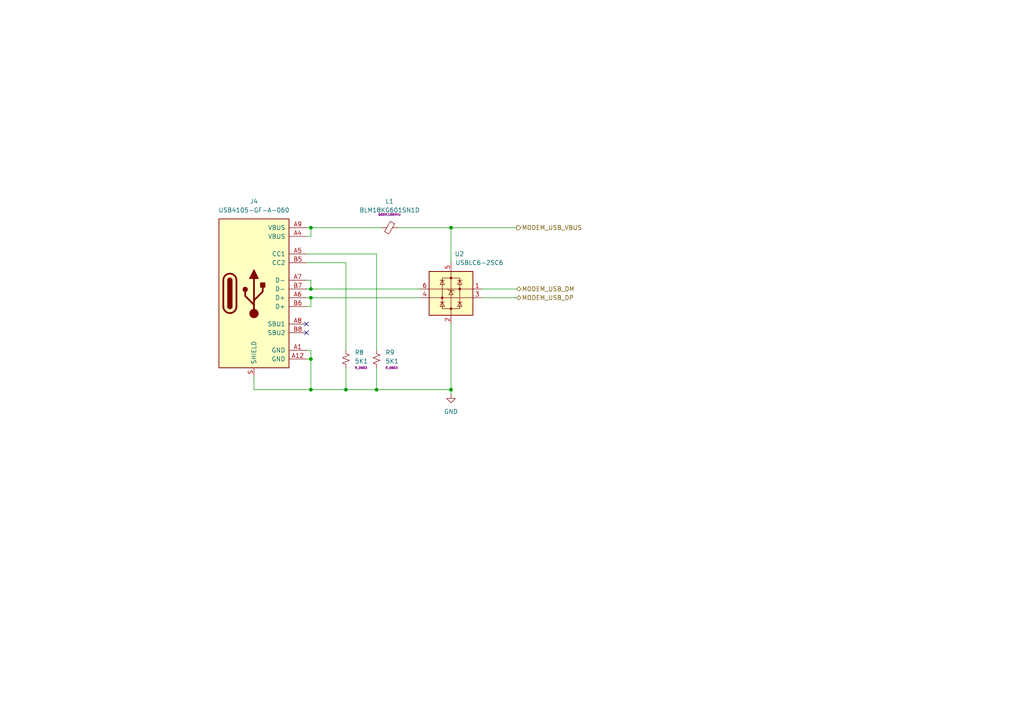
<source format=kicad_sch>
(kicad_sch (version 20231120) (generator "eeschema") (generator_version "8.0")
  (paper "A4")
  (title_block (title "Winglet Carrier Board") (date "2024-08-09") (rev "v1.0") (company "TL Embedded"))
  (lib_symbols
    (symbol "J_Connector:USB4105-GF-A-060" (pin_names (offset 1.016))
      (property "Reference" "J" (at -10.16 25.4 0))
      (property "Value" "USB4105-GF-A-060" (at 10.16 22.86 0))
      (symbol "USB4105-GF-A-060_0_1"
        (arc (start -8.89 -3.81) (mid -6.985 -5.7067) (end -5.08 -3.81) (stroke (width 0.508)))
        (arc (start -7.62 -3.81) (mid -6.985 -4.4423) (end -6.35 -3.81) (stroke (width 0.254)))
        (arc (start -7.62 -3.81) (mid -6.985 -4.4423) (end -6.35 -3.81) (stroke (width 0.254)) (fill (type outline)))
        (rectangle (start -7.62 -3.81) (end -6.35 3.81) (stroke (width 0.254)) (fill (type outline)))
        (arc (start -6.35 3.81) (mid -6.985 4.4423) (end -7.62 3.81) (stroke (width 0.254)))
        (arc (start -6.35 3.81) (mid -6.985 4.4423) (end -7.62 3.81) (stroke (width 0.254)) (fill (type outline)))
        (arc (start -5.08 3.81) (mid -6.985 5.7067) (end -8.89 3.81) (stroke (width 0.508)))
        (circle (center -2.54 1.143) (radius 0.635) (stroke (width 0.254)) (fill (type outline)))
        (circle (center 0 -5.842) (radius 1.27) (fill (type outline)))
        (polyline (pts (xy -8.89 -3.81) (xy -8.89 3.81)) (stroke (width 0.508)))
        (polyline (pts (xy -5.08 3.81) (xy -5.08 -3.81)) (stroke (width 0.508)))
        (polyline (pts (xy 0 -5.842) (xy 0 4.318)) (stroke (width 0.508)))
        (polyline (pts (xy 0 -3.302) (xy -2.54 -0.762) (xy -2.54 0.508)) (stroke (width 0.508)))
        (polyline (pts (xy 0 -2.032) (xy 2.54 0.508) (xy 2.54 1.778)) (stroke (width 0.508)))
        (polyline (pts (xy -1.27 4.318) (xy 0 6.858) (xy 1.27 4.318) (xy -1.27 4.318)) (stroke (width 0.254)) (fill (type outline)))
        (rectangle (start 1.905 1.778) (end 3.175 3.048) (stroke (width 0.254)) (fill (type outline)))
      )
      (symbol "USB4105-GF-A-060_1_1"
        (rectangle (start -10.16 21.59) (end 10.16 -21.59) (stroke (width 0.254)) (fill (type background)))
        (pin passive line (at 15.24 -16.51 180) (length 5.08) (name "GND") (number "A1"))
        (pin passive line (at 15.24 -19.05 180) (length 5.08) (name "GND") (number "A12"))
        (pin passive line (at 15.24 16.51 180) (length 5.08) (name "VBUS") (number "A4"))
        (pin bidirectional line (at 15.24 11.43 180) (length 5.08) (name "CC1") (number "A5"))
        (pin bidirectional line (at 15.24 -1.27 180) (length 5.08) (name "D+") (number "A6"))
        (pin bidirectional line (at 15.24 3.81 180) (length 5.08) (name "D-") (number "A7"))
        (pin bidirectional line (at 15.24 -8.89 180) (length 5.08) (name "SBU1") (number "A8"))
        (pin passive line (at 15.24 19.05 180) (length 5.08) (name "VBUS") (number "A9"))
        (pin bidirectional line (at 15.24 8.89 180) (length 5.08) (name "CC2") (number "B5"))
        (pin bidirectional line (at 15.24 -3.81 180) (length 5.08) (name "D+") (number "B6"))
        (pin bidirectional line (at 15.24 1.27 180) (length 5.08) (name "D-") (number "B7"))
        (pin bidirectional line (at 15.24 -11.43 180) (length 5.08) (name "SBU2") (number "B8"))
        (pin passive line (at 0 -24.13 90) (length 2.54) (name "SHIELD") (number "S"))
      )
    )
    (symbol "L_Inductor:BLM18KG601SN1D" (pin_numbers hide) (pin_names (offset 1.016) hide)
      (property "Reference" "L" (at 3.175 1.905 0))
      (property "Value" "BLM18KG601SN1D" (at 11.43 0 0))
      (property "Params" "600R,100MHz" (at 6.35 -1.905 0))
      (symbol "BLM18KG601SN1D_0_1"
        (polyline (pts (xy 0 -1.27) (xy 0 -0.7874)))
        (polyline (pts (xy 0 0.889) (xy 0 1.2954)))
        (polyline (pts (xy -1.8288 0.2794) (xy -1.1176 1.4986) (xy 1.8288 -0.2032) (xy 1.1176 -1.4224) (xy -1.8288 0.2794)))
      )
      (symbol "BLM18KG601SN1D_1_1"
        (pin passive line (at 0 2.54 270) (length 1.27) (name "~") (number "1"))
        (pin passive line (at 0 -2.54 90) (length 1.27) (name "~") (number "2"))
      )
    )
    (symbol "R_Resistor:R_0603" (pin_numbers hide) (pin_names (offset 1.016))
      (property "Reference" "R" (at 2.54 1.905 0))
      (property "Value" "10K" (at 3.81 0 0))
      (property "Size" "R_0603" (at 3.81 -1.905 0))
      (symbol "R_0603_1_1"
        (polyline (pts (xy 0 0) (xy 1.016 -0.381) (xy 0 -0.762) (xy -1.016 -1.143) (xy 0 -1.524)))
        (polyline (pts (xy 0 1.524) (xy 1.016 1.143) (xy 0 0.762) (xy -1.016 0.381) (xy 0 0)))
        (pin passive line (at 0 2.54 270) (length 1.016) (name "~") (number "1"))
        (pin passive line (at 0 -2.54 90) (length 1.016) (name "~") (number "2"))
      )
    )
    (symbol "U_Basic:USBLC6-2SC6" (pin_names hide)
      (property "Reference" "U" (at -5.08 7.62 0))
      (property "Value" "USBLC6-2SC6" (at 7.62 -8.255 0))
      (symbol "USBLC6-2SC6_0_0"
        (rectangle (start -2.54 -4.445) (end 2.54 4.445))
        (polyline (pts (xy 0 6.35) (xy 0 -6.35)))
      )
      (symbol "USBLC6-2SC6_0_1"
        (rectangle (start -6.35 6.35) (end 6.35 -6.35) (stroke (width 0.254)) (fill (type background)))
        (circle (center -2.54 1.27) (radius 0.2794) (fill (type outline)))
        (circle (center 0 -4.445) (radius 0.2794) (fill (type outline)))
        (polyline (pts (xy -6.35 1.27) (xy 6.35 1.27)) (stroke (width 0.1524)))
        (polyline (pts (xy -1.905 -2.54) (xy -3.175 -2.54)))
        (polyline (pts (xy -1.905 3.81) (xy -3.175 3.81)))
        (polyline (pts (xy -0.635 0.889) (xy -1.016 0.635)))
        (polyline (pts (xy 0.635 0.889) (xy -0.635 0.889)))
        (polyline (pts (xy 0.635 0.889) (xy 1.016 1.143)))
        (polyline (pts (xy 3.175 -2.54) (xy 1.905 -2.54)))
        (polyline (pts (xy 3.175 3.81) (xy 1.905 3.81)))
        (polyline (pts (xy 6.35 -1.27) (xy -6.35 -1.27)) (stroke (width 0.1524)))
        (polyline (pts (xy -1.905 -3.81) (xy -3.175 -3.81) (xy -2.54 -2.54) (xy -1.905 -3.81)))
        (polyline (pts (xy -1.905 2.54) (xy -3.175 2.54) (xy -2.54 3.81) (xy -1.905 2.54)))
        (polyline (pts (xy 0.635 -0.381) (xy -0.635 -0.381) (xy 0 0.889) (xy 0.635 -0.381)))
        (polyline (pts (xy 3.175 -3.81) (xy 1.905 -3.81) (xy 2.54 -2.54) (xy 3.175 -3.81)))
        (polyline (pts (xy 3.175 2.54) (xy 1.905 2.54) (xy 2.54 3.81) (xy 3.175 2.54)))
        (circle (center 0 4.445) (radius 0.2794) (fill (type outline)))
        (circle (center 2.54 -1.27) (radius 0.2794) (fill (type outline)))
      )
      (symbol "USBLC6-2SC6_1_1"
        (pin passive line (at -8.89 1.27 0) (length 2.54) (name "~") (number "1"))
        (pin passive line (at 0 -8.89 90) (length 2.54) (name "~") (number "2"))
        (pin passive line (at -8.89 -1.27 0) (length 2.54) (name "~") (number "3"))
        (pin passive line (at 8.89 -1.27 180) (length 2.54) (name "~") (number "4"))
        (pin passive line (at 0 8.89 270) (length 2.54) (name "~") (number "5"))
        (pin passive line (at 8.89 1.27 180) (length 2.54) (name "~") (number "6"))
      )
    )
    (symbol "power:GND" (power) (pin_names (offset 0))
      (property "Value" "GND" (at 0 -3.81 0))
      (symbol "GND_0_1"
        (polyline (pts (xy 0 0) (xy 0 -1.27) (xy 1.27 -1.27) (xy 0 -2.54) (xy -1.27 -1.27) (xy 0 -1.27)))
      )
      (symbol "GND_1_1"
        (pin power_in line (at 0 0 270) (length 0) hide (name "GND") (number "1"))
      )
    )
  )
  (junction (at 90.17 83.82))
  (junction (at 130.81 66.04))
  (junction (at 90.17 113.03))
  (junction (at 130.81 113.03))
  (junction (at 109.22 113.03))
  (junction (at 90.17 104.14))
  (junction (at 100.33 113.03))
  (junction (at 90.17 86.36))
  (junction (at 90.17 66.04))
  (no_connect (at 88.9 96.52))
  (no_connect (at 88.9 93.98))
  (wire (pts (xy 88.9 66.04) (xy 90.17 66.04)))
  (wire (pts (xy 88.9 104.14) (xy 90.17 104.14)))
  (wire (pts (xy 90.17 104.14) (xy 90.17 113.03)))
  (wire (pts (xy 115.57 66.04) (xy 130.81 66.04)))
  (wire (pts (xy 90.17 66.04) (xy 110.49 66.04)))
  (wire (pts (xy 100.33 76.2) (xy 88.9 76.2)))
  (wire (pts (xy 90.17 86.36) (xy 121.92 86.36)))
  (wire (pts (xy 139.7 86.36) (xy 149.86 86.36)))
  (wire (pts (xy 130.81 66.04) (xy 130.81 76.2)))
  (wire (pts (xy 100.33 106.68) (xy 100.33 113.03)))
  (wire (pts (xy 109.22 73.66) (xy 88.9 73.66)))
  (wire (pts (xy 139.7 83.82) (xy 149.86 83.82)))
  (wire (pts (xy 100.33 101.6) (xy 100.33 76.2)))
  (wire (pts (xy 88.9 68.58) (xy 90.17 68.58)))
  (wire (pts (xy 88.9 88.9) (xy 90.17 88.9)))
  (wire (pts (xy 88.9 86.36) (xy 90.17 86.36)))
  (wire (pts (xy 73.66 109.22) (xy 73.66 113.03)))
  (wire (pts (xy 73.66 113.03) (xy 90.17 113.03)))
  (wire (pts (xy 130.81 114.3) (xy 130.81 113.03)))
  (wire (pts (xy 90.17 113.03) (xy 100.33 113.03)))
  (wire (pts (xy 130.81 93.98) (xy 130.81 113.03)))
  (wire (pts (xy 109.22 101.6) (xy 109.22 73.66)))
  (wire (pts (xy 109.22 113.03) (xy 130.81 113.03)))
  (wire (pts (xy 90.17 101.6) (xy 90.17 104.14)))
  (wire (pts (xy 90.17 83.82) (xy 121.92 83.82)))
  (wire (pts (xy 88.9 101.6) (xy 90.17 101.6)))
  (wire (pts (xy 90.17 88.9) (xy 90.17 86.36)))
  (wire (pts (xy 90.17 81.28) (xy 90.17 83.82)))
  (wire (pts (xy 109.22 106.68) (xy 109.22 113.03)))
  (wire (pts (xy 130.81 66.04) (xy 149.86 66.04)))
  (wire (pts (xy 100.33 113.03) (xy 109.22 113.03)))
  (wire (pts (xy 88.9 81.28) (xy 90.17 81.28)))
  (wire (pts (xy 88.9 83.82) (xy 90.17 83.82)))
  (wire (pts (xy 90.17 68.58) (xy 90.17 66.04)))
  (hierarchical_label "MODEM_USB_DP" (shape bidirectional) (at 149.86 86.36 0))
  (hierarchical_label "MODEM_USB_DM" (shape bidirectional) (at 149.86 83.82 0))
  (hierarchical_label "MODEM_USB_VBUS" (shape output) (at 149.86 66.04 0))
  (symbol (lib_id "power:GND") (at 130.81 114.3 0) (unit 1)
    (property "Reference" "#PWR09" (effects (hide yes)))
    (property "Value" "GND" (at 130.81 119.38 0))
  )
  (symbol (lib_id "R_Resistor:R_0603") (at 109.22 104.14 0) (unit 1)
    (property "Reference" "R9" (at 111.76 102.235 0) (effects (justify left)))
    (property "Value" "5K1" (at 111.76 104.775 0) (effects (justify left)))
    (property "Footprint" "R_Resistor:R_0603" (effects (hide yes)))
    (property "Size" "R_0603" (at 111.76 106.68 0) (effects (font (size 0.635 0.635)) (justify left)))
  )
  (symbol (lib_id "J_Connector:USB4105-GF-A-060") (at 73.66 85.09 0) (unit 1)
    (property "Reference" "J4" (at 73.66 58.42 0))
    (property "Value" "USB4105-GF-A-060" (at 73.66 60.96 0))
    (property "Footprint" "J_Connector:USB_C_USB4105-GF-A-060" (effects (hide yes)))
    (property "Datasheet" "https://media.digikey.com/pdf/Data%20Sheets/GCT%20PDFs/USB4105%20-%20Product%20Drawing.pdf" (effects (hide yes)))
  )
  (symbol (lib_id "R_Resistor:R_0603") (at 100.33 104.14 0) (unit 1)
    (property "Reference" "R8" (at 102.87 102.235 0) (effects (justify left)))
    (property "Value" "5K1" (at 102.87 104.775 0) (effects (justify left)))
    (property "Footprint" "R_Resistor:R_0603" (effects (hide yes)))
    (property "Size" "R_0603" (at 102.87 106.68 0) (effects (font (size 0.635 0.635)) (justify left)))
  )
  (symbol (lib_id "U_Basic:USBLC6-2SC6") (at 130.81 85.09 0) (mirror y) (unit 1)
    (property "Reference" "U2" (at 134.62 73.66 0) (effects (justify left)))
    (property "Value" "USBLC6-2SC6" (at 146.05 76.2 0) (effects (justify left)))
    (property "Footprint" "U_IC:SOT23_6" (effects (hide yes)))
    (property "Datasheet" "https://www.st.com/content/ccc/resource/technical/document/datasheet/06/1d/48/9c/6c/20/4a/b2/CD00050750.pdf/files/CD00050750.pdf/jcr:content/translations/en.CD00050750.pdf" (effects (hide yes)))
  )
  (symbol (lib_id "L_Inductor:BLM18KG601SN1D") (at 113.03 66.04 90) (unit 1)
    (property "Reference" "L1" (at 112.9919 58.42 90))
    (property "Value" "BLM18KG601SN1D" (at 112.9919 60.96 90))
    (property "Footprint" "L_Inductor:FB_0603" (effects (hide yes)))
    (property "Datasheet" "https://www.murata.com/products/productdata/8796738650142/ENFA0003.pdf" (effects (hide yes)))
    (property "Params" "600R,100MHz" (at 112.9919 62.23 90) (effects (font (size 0.63 0.63))))
  )
)
</source>
